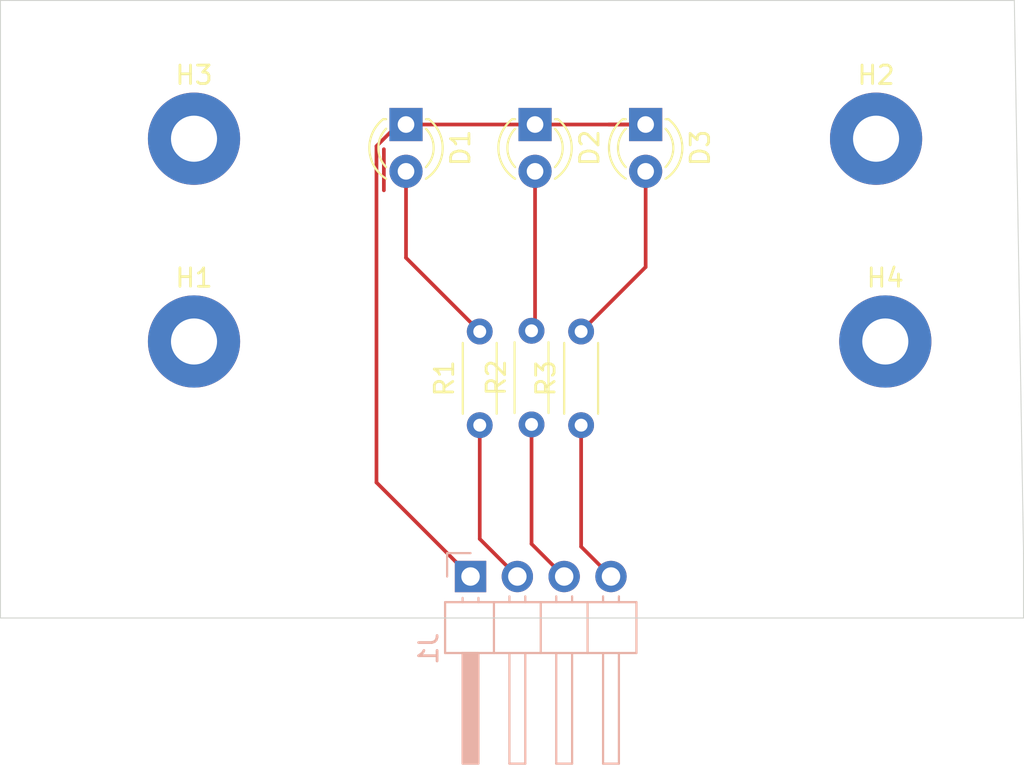
<source format=kicad_pcb>
(kicad_pcb (version 20241229) (generator "pcbnew") (generator_version "9.0")
  (layers (0 "F.Cu" signal) (2 "B.Cu" signal) (13 "F.Paste" user) (15 "B.Paste" user) (5 "F.SilkS" user "F.Silkscreen") (7 "B.SilkS" user "B.Silkscreen") (1 "F.Mask" user) (3 "B.Mask" user) (25 "Edge.Cuts" user))
  (net 0 "")
  (net 1 "Net-(D1-K)")
  (net 2 "Net-(D1-A)")
  (net 3 "Net-(D2-A)")
  (net 4 "Net-(D3-A)")
  (net 5 "Net-(J1-Pin_4)")
  (net 6 "Net-(J1-Pin_2)")
  (net 7 "Net-(J1-Pin_3)")
  (footprint "MountingHole:MountingHole_2.5mm_Pad" (layer "F.Cu") (at 115 82.5)
    (property "Reference" "H3" (at 0 -3.45 0) (layer "F.SilkS"))
    (property "Value" "MountingHole")
    (pad "1" thru_hole circle (at 0 0) (size 5 5) (drill 2.5) (layers "*.Cu" "*.Mask"))
  )
  (footprint "Resistor_THT:R_Axial_DIN0204_L3.6mm_D1.6mm_P5.08mm_Horizontal" (layer "F.Cu") (at 136 98.04 90)
    (property "Reference" "R3" (at 2.54 -1.92 90) (layer "F.SilkS"))
    (property "Value" "R")
    (fp_line (start 0.62 -0.92) (end 4.46 -0.92) (stroke (width 0.12)) (layer "F.SilkS"))
    (fp_line (start 0.62 0.92) (end 4.46 0.92) (stroke (width 0.12)) (layer "F.SilkS"))
    (pad "1" thru_hole circle (at 0 0 90) (size 1.4 1.4) (drill 0.7) (layers "*.Cu" "*.Mask") (net 5 "Net-(J1-Pin_4)"))
    (pad "2" thru_hole circle (at 5.08 0 90) (size 1.4 1.4) (drill 0.7) (layers "*.Cu" "*.Mask") (net 4 "Net-(D3-A)"))
  )
  (footprint "Resistor_THT:R_Axial_DIN0204_L3.6mm_D1.6mm_P5.08mm_Horizontal" (layer "F.Cu") (at 133.31 98 90)
    (property "Reference" "R2" (at 2.54 -1.92 90) (layer "F.SilkS"))
    (property "Value" "R")
    (fp_line (start 0.62 -0.92) (end 4.46 -0.92) (stroke (width 0.12)) (layer "F.SilkS"))
    (fp_line (start 0.62 0.92) (end 4.46 0.92) (stroke (width 0.12)) (layer "F.SilkS"))
    (pad "1" thru_hole circle (at 0 0 90) (size 1.4 1.4) (drill 0.7) (layers "*.Cu" "*.Mask") (net 7 "Net-(J1-Pin_3)"))
    (pad "2" thru_hole circle (at 5.08 0 90) (size 1.4 1.4) (drill 0.7) (layers "*.Cu" "*.Mask") (net 3 "Net-(D2-A)"))
  )
  (footprint "Resistor_THT:R_Axial_DIN0204_L3.6mm_D1.6mm_P5.08mm_Horizontal" (layer "F.Cu") (at 130.5 98.04 90)
    (property "Reference" "R1" (at 2.54 -1.92 90) (layer "F.SilkS"))
    (property "Value" "R")
    (fp_line (start 0.62 -0.92) (end 4.46 -0.92) (stroke (width 0.12)) (layer "F.SilkS"))
    (fp_line (start 0.62 0.92) (end 4.46 0.92) (stroke (width 0.12)) (layer "F.SilkS"))
    (pad "1" thru_hole circle (at 0 0 90) (size 1.4 1.4) (drill 0.7) (layers "*.Cu" "*.Mask") (net 6 "Net-(J1-Pin_2)"))
    (pad "2" thru_hole circle (at 5.08 0 90) (size 1.4 1.4) (drill 0.7) (layers "*.Cu" "*.Mask") (net 2 "Net-(D1-A)"))
  )
  (footprint "MountingHole:MountingHole_2.5mm_Pad" (layer "F.Cu") (at 152 82.5)
    (property "Reference" "H2" (at 0 -3.45 0) (layer "F.SilkS"))
    (property "Value" "MountingHole")
    (pad "1" thru_hole circle (at 0 0) (size 5 5) (drill 2.5) (layers "*.Cu" "*.Mask"))
  )
  (footprint "MountingHole:MountingHole_2.5mm_Pad" (layer "F.Cu") (at 115 93.5)
    (property "Reference" "H1" (at 0 -3.45 0) (layer "F.SilkS"))
    (property "Value" "MountingHole")
    (pad "1" thru_hole circle (at 0 0) (size 5 5) (drill 2.5) (layers "*.Cu" "*.Mask"))
  )
  (footprint "MountingHole:MountingHole_2.5mm_Pad" (layer "F.Cu") (at 152.5 93.5)
    (property "Reference" "H4" (at 0 -3.45 0) (layer "F.SilkS"))
    (property "Value" "MountingHole")
    (pad "1" thru_hole circle (at 0 0) (size 5 5) (drill 2.5) (layers "*.Cu" "*.Mask"))
  )
  (footprint "LED_THT:LED_D3.0mm" (layer "F.Cu") (at 126.5 81.73 -90)
    (property "Reference" "D1" (at 1.27 -2.96 90) (layer "F.SilkS"))
    (property "Value" "LED")
    (fp_line (start -0.29 1.08) (end -0.29 1.236) (stroke (width 0.12)) (layer "F.SilkS"))
    (fp_line (start -0.29 -1.236) (end -0.29 -1.08) (stroke (width 0.12)) (layer "F.SilkS"))
    (fp_arc (start 2.310961 1.08) (mid 1.27 1.5) (end 0.229039 1.08) (stroke (width 0.12)) (layer "F.SilkS"))
    (fp_arc (start 2.941437 1.08) (mid 1.36566 1.987699) (end -0.29 1.235516) (stroke (width 0.12)) (layer "F.SilkS"))
    (fp_arc (start 0.229039 -1.08) (mid 1.27 -1.5) (end 2.310961 -1.08) (stroke (width 0.12)) (layer "F.SilkS"))
    (fp_arc (start -0.29 -1.235516) (mid 1.36566 -1.987699) (end 2.941437 -1.08) (stroke (width 0.12)) (layer "F.SilkS"))
    (pad "1" thru_hole rect (at 0 0 270) (size 1.8 1.8) (drill 0.9) (layers "*.Cu" "*.Mask") (net 1 "Net-(D1-K)"))
    (pad "2" thru_hole circle (at 2.54 0 270) (size 1.8 1.8) (drill 0.9) (layers "*.Cu" "*.Mask") (net 2 "Net-(D1-A)"))
  )
  (footprint "LED_THT:LED_D3.0mm" (layer "F.Cu") (at 139.5 81.73 -90)
    (property "Reference" "D3" (at 1.27 -2.96 90) (layer "F.SilkS"))
    (property "Value" "LED")
    (fp_line (start -0.29 1.08) (end -0.29 1.236) (stroke (width 0.12)) (layer "F.SilkS"))
    (fp_line (start -0.29 -1.236) (end -0.29 -1.08) (stroke (width 0.12)) (layer "F.SilkS"))
    (fp_arc (start 2.310961 1.08) (mid 1.27 1.5) (end 0.229039 1.08) (stroke (width 0.12)) (layer "F.SilkS"))
    (fp_arc (start 2.941437 1.08) (mid 1.36566 1.987699) (end -0.29 1.235516) (stroke (width 0.12)) (layer "F.SilkS"))
    (fp_arc (start 0.229039 -1.08) (mid 1.27 -1.5) (end 2.310961 -1.08) (stroke (width 0.12)) (layer "F.SilkS"))
    (fp_arc (start -0.29 -1.235516) (mid 1.36566 -1.987699) (end 2.941437 -1.08) (stroke (width 0.12)) (layer "F.SilkS"))
    (pad "1" thru_hole rect (at 0 0 270) (size 1.8 1.8) (drill 0.9) (layers "*.Cu" "*.Mask") (net 1 "Net-(D1-K)"))
    (pad "2" thru_hole circle (at 2.54 0 270) (size 1.8 1.8) (drill 0.9) (layers "*.Cu" "*.Mask") (net 4 "Net-(D3-A)"))
  )
  (footprint "LED_THT:LED_D3.0mm" (layer "F.Cu") (at 133.5 81.73 -90)
    (property "Reference" "D2" (at 1.27 -2.96 90) (layer "F.SilkS"))
    (property "Value" "LED")
    (fp_line (start -0.29 1.08) (end -0.29 1.236) (stroke (width 0.12)) (layer "F.SilkS"))
    (fp_line (start -0.29 -1.236) (end -0.29 -1.08) (stroke (width 0.12)) (layer "F.SilkS"))
    (fp_arc (start 2.310961 1.08) (mid 1.27 1.5) (end 0.229039 1.08) (stroke (width 0.12)) (layer "F.SilkS"))
    (fp_arc (start 2.941437 1.08) (mid 1.36566 1.987699) (end -0.29 1.235516) (stroke (width 0.12)) (layer "F.SilkS"))
    (fp_arc (start 0.229039 -1.08) (mid 1.27 -1.5) (end 2.310961 -1.08) (stroke (width 0.12)) (layer "F.SilkS"))
    (fp_arc (start -0.29 -1.235516) (mid 1.36566 -1.987699) (end 2.941437 -1.08) (stroke (width 0.12)) (layer "F.SilkS"))
    (pad "1" thru_hole rect (at 0 0 270) (size 1.8 1.8) (drill 0.9) (layers "*.Cu" "*.Mask") (net 1 "Net-(D1-K)"))
    (pad "2" thru_hole circle (at 2.54 0 270) (size 1.8 1.8) (drill 0.9) (layers "*.Cu" "*.Mask") (net 3 "Net-(D2-A)"))
  )
  (footprint "Connector_PinHeader_2.54mm:PinHeader_1x04_P2.54mm_Horizontal" (layer "B.Cu") (at 130 106.25 -90)
    (property "Reference" "J1" (at 3.915 2.27 90) (layer "B.SilkS") (effects (justify mirror)))
    (property "Value" "Conn_01x04")
    (fp_line (start 1.39 1.38) (end 1.39 -9) (stroke (width 0.12)) (layer "B.SilkS"))
    (fp_line (start 4.15 1.38) (end 1.39 1.38) (stroke (width 0.12)) (layer "B.SilkS"))
    (fp_line (start -1.27 1.27) (end 0 1.27) (stroke (width 0.12)) (layer "B.SilkS"))
    (fp_line (start 1.16 0.43) (end 1.39 0.43) (stroke (width 0.12)) (layer "B.SilkS"))
    (fp_line (start -1.27 0) (end -1.27 1.27) (stroke (width 0.12)) (layer "B.SilkS"))
    (fp_line (start 1.16 -0.43) (end 1.39 -0.43) (stroke (width 0.12)) (layer "B.SilkS"))
    (fp_line (start 1.39 -1.27) (end 4.15 -1.27) (stroke (width 0.12)) (layer "B.SilkS"))
    (fp_line (start 1.077358 -2.11) (end 1.39 -2.11) (stroke (width 0.12)) (layer "B.SilkS"))
    (fp_line (start 4.15 -2.11) (end 10.15 -2.11) (stroke (width 0.12)) (layer "B.SilkS"))
    (fp_line (start 10.15 -2.11) (end 10.15 -2.97) (stroke (width 0.12)) (layer "B.SilkS"))
    (fp_line (start 1.077358 -2.97) (end 1.39 -2.97) (stroke (width 0.12)) (layer "B.SilkS"))
    (fp_line (start 10.15 -2.97) (end 4.15 -2.97) (stroke (width 0.12)) (layer "B.SilkS"))
    (fp_line (start 1.39 -3.81) (end 4.15 -3.81) (stroke (width 0.12)) (layer "B.SilkS"))
    (fp_line (start 1.077358 -4.65) (end 1.39 -4.65) (stroke (width 0.12)) (layer "B.SilkS"))
    (fp_line (start 4.15 -4.65) (end 10.15 -4.65) (stroke (width 0.12)) (layer "B.SilkS"))
    (fp_line (start 10.15 -4.65) (end 10.15 -5.51) (stroke (width 0.12)) (layer "B.SilkS"))
    (fp_line (start 1.077358 -5.51) (end 1.39 -5.51) (stroke (width 0.12)) (layer "B.SilkS"))
    (fp_line (start 10.15 -5.51) (end 4.15 -5.51) (stroke (width 0.12)) (layer "B.SilkS"))
    (fp_line (start 1.39 -6.35) (end 4.15 -6.35) (stroke (width 0.12)) (layer "B.SilkS"))
    (fp_line (start 1.077358 -7.19) (end 1.39 -7.19) (stroke (width 0.12)) (layer "B.SilkS"))
    (fp_line (start 4.15 -7.19) (end 10.15 -7.19) (stroke (width 0.12)) (layer "B.SilkS"))
    (fp_line (start 10.15 -7.19) (end 10.15 -8.05) (stroke (width 0.12)) (layer "B.SilkS"))
    (fp_line (start 1.077358 -8.05) (end 1.39 -8.05) (stroke (width 0.12)) (layer "B.SilkS"))
    (fp_line (start 10.15 -8.05) (end 4.15 -8.05) (stroke (width 0.12)) (layer "B.SilkS"))
    (fp_line (start 1.39 -9) (end 4.15 -9) (stroke (width 0.12)) (layer "B.SilkS"))
    (fp_line (start 4.15 -9) (end 4.15 1.38) (stroke (width 0.12)) (layer "B.SilkS"))
    (fp_rect (start 4.15 0.43) (end 10.15 -0.43) (stroke (width 0.12)) (fill yes) (layer "B.SilkS"))
    (pad "1" thru_hole rect (at 0 0 270) (size 1.7 1.7) (drill 1) (layers "*.Cu" "*.Mask") (net 1 "Net-(D1-K)"))
    (pad "2" thru_hole circle (at 0 -2.54 270) (size 1.7 1.7) (drill 1) (layers "*.Cu" "*.Mask") (net 6 "Net-(J1-Pin_2)"))
    (pad "3" thru_hole circle (at 0 -5.08 270) (size 1.7 1.7) (drill 1) (layers "*.Cu" "*.Mask") (net 7 "Net-(J1-Pin_3)"))
    (pad "4" thru_hole circle (at 0 -7.62 270) (size 1.7 1.7) (drill 1) (layers "*.Cu" "*.Mask") (net 5 "Net-(J1-Pin_4)"))
  )
  (gr_line (start 159.5 75) (end 160 105) (stroke (width 0.05)) (layer "Edge.Cuts"))
  (gr_line (start 104.5 75) (end 105 75) (stroke (width 0.05)) (layer "Edge.Cuts"))
  (gr_line (start 160 108.5) (end 104.5 108.5) (stroke (width 0.05)) (layer "Edge.Cuts"))
  (gr_line (start 160 105) (end 160 108.5) (stroke (width 0.05)) (layer "Edge.Cuts"))
  (gr_line (start 104.5 108.5) (end 104.5 75) (stroke (width 0.05)) (layer "Edge.Cuts"))
  (gr_line (start 105 75) (end 159.5 75) (stroke (width 0.05)) (layer "Edge.Cuts"))
  (segment (start 133.5 81.73) (end 139.5 81.73) (width 0.2) (layer "F.Cu") (net 1))
  (segment (start 126.5 81.73) (end 126.0709 81.73) (width 0.2) (layer "F.Cu") (net 1))
  (segment (start 139.5 81.73) (end 137.5 81.73) (width 0.2) (layer "F.Cu") (net 1))
  (segment (start 126.5 81.73) (end 133.5 81.73) (width 0.2) (layer "F.Cu") (net 1))
  (segment (start 124.898 101.148) (end 130 106.25) (width 0.2) (layer "F.Cu") (net 1))
  (segment (start 124.898 82.9029) (end 124.898 101.148) (width 0.2) (layer "F.Cu") (net 1))
  (segment (start 126.0709 81.73) (end 124.898 82.9029) (width 0.2) (layer "F.Cu") (net 1))
  (segment (start 126.5 88.96) (end 130.5 92.96) (width 0.2) (layer "F.Cu") (net 2))
  (segment (start 126.5 84.27) (end 126.5 88.96) (width 0.2) (layer "F.Cu") (net 2))
  (segment (start 125.299 83.069) (end 125.299 85.299) (width 0.2) (layer "F.Cu") (net 3))
  (segment (start 134.135 84.365) (end 134.23 84.27) (width 0.2) (layer "F.Cu") (net 3))
  (segment (start 133.635 84.54) (end 133.81 84.365) (width 0.2) (layer "F.Cu") (net 3))
  (segment (start 132.92 92.92) (end 133.31 92.92) (width 0.2) (layer "F.Cu") (net 3))
  (segment (start 133.5 84.27) (end 133.5 92.73) (width 0.2) (layer "F.Cu") (net 3))
  (segment (start 133.5 92.73) (end 133.31 92.92) (width 0.2) (layer "F.Cu") (net 3))
  (segment (start 133.81 84.365) (end 134.135 84.365) (width 0.2) (layer "F.Cu") (net 3))
  (segment (start 139.5 84.27) (end 139.5 89.46) (width 0.2) (layer "F.Cu") (net 4))
  (segment (start 139.5 89.46) (end 136 92.96) (width 0.2) (layer "F.Cu") (net 4))
  (segment (start 136 98.04) (end 136 104.63) (width 0.2) (layer "F.Cu") (net 5))
  (segment (start 136 104.63) (end 137.62 106.25) (width 0.2) (layer "F.Cu") (net 5))
  (segment (start 132.54 106.25) (end 130.5 104.21) (width 0.2) (layer "F.Cu") (net 6))
  (segment (start 130.5 104.21) (end 130.5 98.04) (width 0.2) (layer "F.Cu") (net 6))
  (segment (start 133.31 98) (end 133.31 104.48) (width 0.2) (layer "F.Cu") (net 7))
  (segment (start 133.31 104.48) (end 135.08 106.25) (width 0.2) (layer "F.Cu") (net 7))
)
</source>
